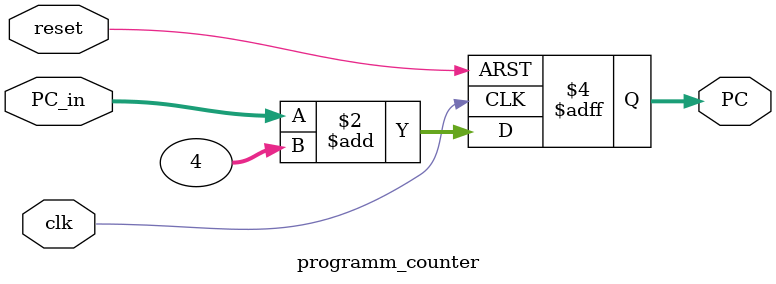
<source format=sv>
module programm_counter(
	input clk,
	input reset,
	input [31:0] PC_in,
	//input wire branch, 
	//input wire jump, 
	//input wire [31:0] branch_target,
	//input wire [31:0] jump_target,
	output reg [31:0] PC
);
initial begin
	PC <= 32'h00000000;
end

	always @(posedge clk or posedge reset) begin
		if (reset) begin
            PC <= 32'h00000000;
      end
		else begin
				PC = PC_in + 32'h00000004;
		end
   end
	//assign PC = PC_adder;

endmodule 



</source>
